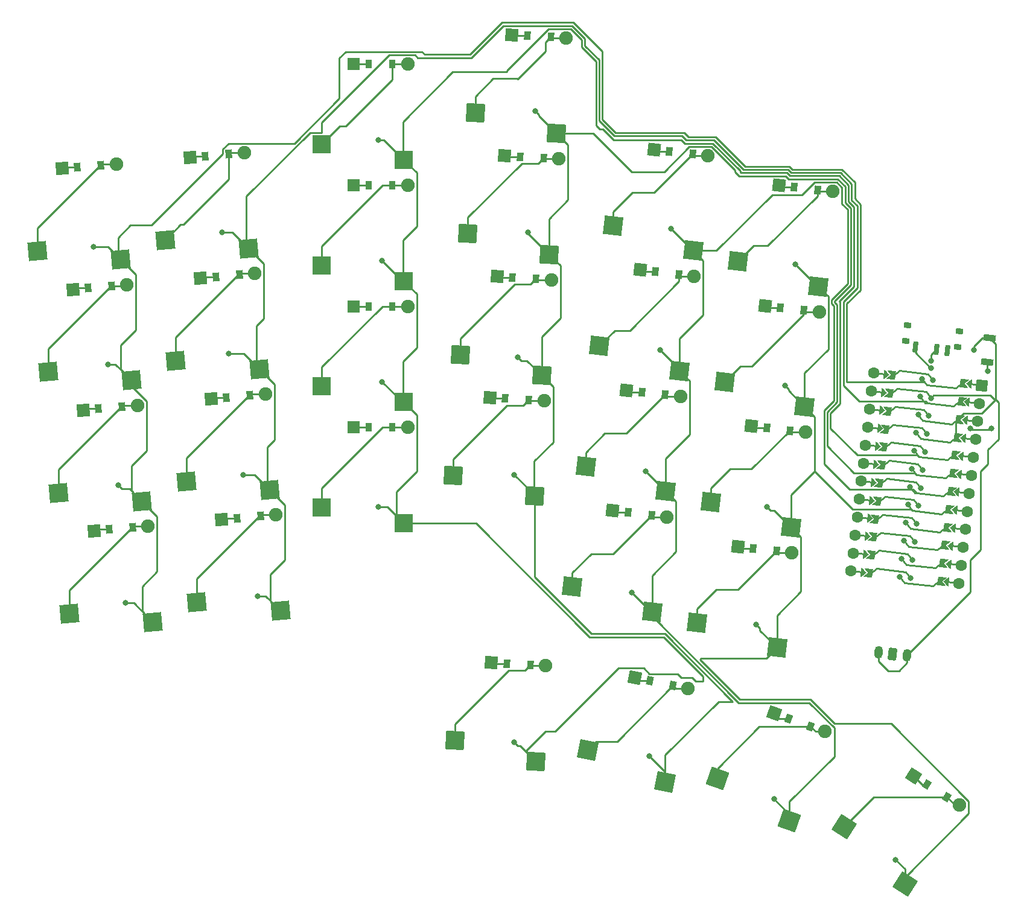
<source format=gbr>
%TF.GenerationSoftware,KiCad,Pcbnew,8.0.5-8.0.5-0~ubuntu22.04.1*%
%TF.CreationDate,2024-10-07T14:19:06+02:00*%
%TF.ProjectId,KeyboardV0,4b657962-6f61-4726-9456-302e6b696361,v1.0.0*%
%TF.SameCoordinates,Original*%
%TF.FileFunction,Copper,L2,Bot*%
%TF.FilePolarity,Positive*%
%FSLAX46Y46*%
G04 Gerber Fmt 4.6, Leading zero omitted, Abs format (unit mm)*
G04 Created by KiCad (PCBNEW 8.0.5-8.0.5-0~ubuntu22.04.1) date 2024-10-07 14:19:06*
%MOMM*%
%LPD*%
G01*
G04 APERTURE LIST*
G04 Aperture macros list*
%AMRoundRect*
0 Rectangle with rounded corners*
0 $1 Rounding radius*
0 $2 $3 $4 $5 $6 $7 $8 $9 X,Y pos of 4 corners*
0 Add a 4 corners polygon primitive as box body*
4,1,4,$2,$3,$4,$5,$6,$7,$8,$9,$2,$3,0*
0 Add four circle primitives for the rounded corners*
1,1,$1+$1,$2,$3*
1,1,$1+$1,$4,$5*
1,1,$1+$1,$6,$7*
1,1,$1+$1,$8,$9*
0 Add four rect primitives between the rounded corners*
20,1,$1+$1,$2,$3,$4,$5,0*
20,1,$1+$1,$4,$5,$6,$7,0*
20,1,$1+$1,$6,$7,$8,$9,0*
20,1,$1+$1,$8,$9,$2,$3,0*%
%AMHorizOval*
0 Thick line with rounded ends*
0 $1 width*
0 $2 $3 position (X,Y) of the first rounded end (center of the circle)*
0 $4 $5 position (X,Y) of the second rounded end (center of the circle)*
0 Add line between two ends*
20,1,$1,$2,$3,$4,$5,0*
0 Add two circle primitives to create the rounded ends*
1,1,$1,$2,$3*
1,1,$1,$4,$5*%
%AMRotRect*
0 Rectangle, with rotation*
0 The origin of the aperture is its center*
0 $1 length*
0 $2 width*
0 $3 Rotation angle, in degrees counterclockwise*
0 Add horizontal line*
21,1,$1,$2,0,0,$3*%
%AMFreePoly0*
4,1,5,0.125000,-0.500000,-0.125000,-0.500000,-0.125000,0.500000,0.125000,0.500000,0.125000,-0.500000,0.125000,-0.500000,$1*%
%AMFreePoly1*
4,1,6,0.600000,-0.250000,-0.600000,-0.250000,-0.600000,1.000000,0.000000,0.400000,0.600000,1.000000,0.600000,-0.250000,0.600000,-0.250000,$1*%
%AMFreePoly2*
4,1,6,0.600000,0.200000,0.000000,-0.400000,-0.599999,0.200000,-0.600000,0.400000,0.600000,0.400000,0.600000,0.200000,0.600000,0.200000,$1*%
G04 Aperture macros list end*
%TA.AperFunction,SMDPad,CuDef*%
%ADD10RotRect,2.600000X2.600000X185.000000*%
%TD*%
%TA.AperFunction,SMDPad,CuDef*%
%ADD11R,2.600000X2.600000*%
%TD*%
%TA.AperFunction,SMDPad,CuDef*%
%ADD12RotRect,2.600000X2.600000X176.500000*%
%TD*%
%TA.AperFunction,SMDPad,CuDef*%
%ADD13RotRect,2.600000X2.600000X173.500000*%
%TD*%
%TA.AperFunction,SMDPad,CuDef*%
%ADD14RotRect,2.600000X2.600000X168.500000*%
%TD*%
%TA.AperFunction,SMDPad,CuDef*%
%ADD15RotRect,2.600000X2.600000X160.500000*%
%TD*%
%TA.AperFunction,SMDPad,CuDef*%
%ADD16RotRect,2.600000X2.600000X147.500000*%
%TD*%
%TA.AperFunction,SMDPad,CuDef*%
%ADD17RotRect,0.900000X1.200000X5.000000*%
%TD*%
%TA.AperFunction,ComponentPad*%
%ADD18RotRect,1.778000X1.778000X5.000000*%
%TD*%
%TA.AperFunction,ComponentPad*%
%ADD19C,1.905000*%
%TD*%
%TA.AperFunction,SMDPad,CuDef*%
%ADD20R,0.900000X1.200000*%
%TD*%
%TA.AperFunction,ComponentPad*%
%ADD21R,1.778000X1.778000*%
%TD*%
%TA.AperFunction,SMDPad,CuDef*%
%ADD22RotRect,0.900000X1.200000X356.500000*%
%TD*%
%TA.AperFunction,ComponentPad*%
%ADD23RotRect,1.778000X1.778000X356.500000*%
%TD*%
%TA.AperFunction,SMDPad,CuDef*%
%ADD24RotRect,0.900000X1.200000X353.500000*%
%TD*%
%TA.AperFunction,ComponentPad*%
%ADD25RotRect,1.778000X1.778000X353.500000*%
%TD*%
%TA.AperFunction,SMDPad,CuDef*%
%ADD26RotRect,0.900000X1.200000X348.500000*%
%TD*%
%TA.AperFunction,ComponentPad*%
%ADD27RotRect,1.778000X1.778000X348.500000*%
%TD*%
%TA.AperFunction,SMDPad,CuDef*%
%ADD28RotRect,0.900000X1.200000X340.500000*%
%TD*%
%TA.AperFunction,ComponentPad*%
%ADD29RotRect,1.778000X1.778000X340.500000*%
%TD*%
%TA.AperFunction,SMDPad,CuDef*%
%ADD30RotRect,0.900000X1.200000X327.500000*%
%TD*%
%TA.AperFunction,ComponentPad*%
%ADD31RotRect,1.778000X1.778000X327.500000*%
%TD*%
%TA.AperFunction,ComponentPad*%
%ADD32C,1.600000*%
%TD*%
%TA.AperFunction,ComponentPad*%
%ADD33RotRect,1.600000X1.600000X263.500000*%
%TD*%
%TA.AperFunction,SMDPad,CuDef*%
%ADD34FreePoly0,83.500000*%
%TD*%
%TA.AperFunction,SMDPad,CuDef*%
%ADD35FreePoly1,83.500000*%
%TD*%
%TA.AperFunction,SMDPad,CuDef*%
%ADD36FreePoly2,83.500000*%
%TD*%
%TA.AperFunction,SMDPad,CuDef*%
%ADD37FreePoly0,263.500000*%
%TD*%
%TA.AperFunction,SMDPad,CuDef*%
%ADD38FreePoly2,263.500000*%
%TD*%
%TA.AperFunction,SMDPad,CuDef*%
%ADD39FreePoly1,263.500000*%
%TD*%
%TA.AperFunction,SMDPad,CuDef*%
%ADD40RotRect,0.700000X1.500000X173.500000*%
%TD*%
%TA.AperFunction,SMDPad,CuDef*%
%ADD41RotRect,1.000000X0.800000X173.500000*%
%TD*%
%TA.AperFunction,SMDPad,CuDef*%
%ADD42RotRect,0.900000X1.700000X83.500000*%
%TD*%
%TA.AperFunction,ComponentPad*%
%ADD43RoundRect,0.250000X-0.418502X-0.581361X0.276998X-0.660604X0.418502X0.581361X-0.276998X0.660604X0*%
%TD*%
%TA.AperFunction,ComponentPad*%
%ADD44HorizOval,1.200000X-0.031131X-0.273232X0.031131X0.273232X0*%
%TD*%
%TA.AperFunction,ViaPad*%
%ADD45C,0.800000*%
%TD*%
%TA.AperFunction,Conductor*%
%ADD46C,0.250000*%
%TD*%
G04 APERTURE END LIST*
D10*
%TO.P,S1,1*%
%TO.N,P1*%
X153781114Y-155641923D03*
%TO.P,S1,2*%
%TO.N,outer_bottom*%
X142083323Y-154456944D03*
%TD*%
%TO.P,S2,1*%
%TO.N,P1*%
X152299466Y-138706613D03*
%TO.P,S2,2*%
%TO.N,outer_home*%
X140601675Y-137521634D03*
%TD*%
%TO.P,S3,1*%
%TO.N,P1*%
X150817819Y-121771303D03*
%TO.P,S3,2*%
%TO.N,outer_top*%
X139120028Y-120586324D03*
%TD*%
%TO.P,S4,1*%
%TO.N,P1*%
X149336171Y-104835993D03*
%TO.P,S4,2*%
%TO.N,outer_num*%
X137638380Y-103651014D03*
%TD*%
%TO.P,S5,1*%
%TO.N,P0*%
X171712619Y-154073120D03*
%TO.P,S5,2*%
%TO.N,pinky_bottom*%
X160014828Y-152888141D03*
%TD*%
%TO.P,S6,1*%
%TO.N,P0*%
X170230971Y-137137810D03*
%TO.P,S6,2*%
%TO.N,pinky_home*%
X158533180Y-135952831D03*
%TD*%
%TO.P,S7,1*%
%TO.N,P0*%
X168749323Y-120202500D03*
%TO.P,S7,2*%
%TO.N,pinky_top*%
X157051532Y-119017521D03*
%TD*%
%TO.P,S8,1*%
%TO.N,P0*%
X167267676Y-103267190D03*
%TO.P,S8,2*%
%TO.N,pinky_num*%
X155569885Y-102082211D03*
%TD*%
D11*
%TO.P,S9,1*%
%TO.N,P2*%
X189050853Y-141816199D03*
%TO.P,S9,2*%
%TO.N,ring_bottom*%
X177500853Y-139616199D03*
%TD*%
%TO.P,S10,1*%
%TO.N,P2*%
X189050853Y-124816199D03*
%TO.P,S10,2*%
%TO.N,ring_home*%
X177500853Y-122616199D03*
%TD*%
%TO.P,S11,1*%
%TO.N,P2*%
X189050853Y-107816199D03*
%TO.P,S11,2*%
%TO.N,ring_top*%
X177500853Y-105616199D03*
%TD*%
%TO.P,S12,1*%
%TO.N,P2*%
X189050853Y-90816199D03*
%TO.P,S12,2*%
%TO.N,ring_num*%
X177500853Y-88616199D03*
%TD*%
D12*
%TO.P,S13,1*%
%TO.N,P3*%
X207353040Y-138025552D03*
%TO.P,S13,2*%
%TO.N,middle_bottom*%
X195958890Y-135124545D03*
%TD*%
%TO.P,S14,1*%
%TO.N,P3*%
X208390866Y-121057260D03*
%TO.P,S14,2*%
%TO.N,middle_home*%
X196996716Y-118156253D03*
%TD*%
%TO.P,S15,1*%
%TO.N,P3*%
X209428691Y-104088969D03*
%TO.P,S15,2*%
%TO.N,middle_top*%
X198034541Y-101187962D03*
%TD*%
%TO.P,S16,1*%
%TO.N,P3*%
X210466516Y-87120677D03*
%TO.P,S16,2*%
%TO.N,middle_num*%
X199072366Y-84219670D03*
%TD*%
D13*
%TO.P,S17,1*%
%TO.N,P4*%
X223869856Y-154221853D03*
%TO.P,S17,2*%
%TO.N,index_bottom*%
X212643148Y-150728498D03*
%TD*%
%TO.P,S18,1*%
%TO.N,P4*%
X225794311Y-137331131D03*
%TO.P,S18,2*%
%TO.N,index_home*%
X214567603Y-133837776D03*
%TD*%
%TO.P,S19,1*%
%TO.N,P4*%
X227718765Y-120440410D03*
%TO.P,S19,2*%
%TO.N,index_top*%
X216492057Y-116947055D03*
%TD*%
%TO.P,S20,1*%
%TO.N,P4*%
X229643220Y-103549688D03*
%TO.P,S20,2*%
%TO.N,index_num*%
X218416512Y-100056333D03*
%TD*%
%TO.P,S21,1*%
%TO.N,P5*%
X241414540Y-159240226D03*
%TO.P,S21,2*%
%TO.N,inner_bottom*%
X230187832Y-155746871D03*
%TD*%
%TO.P,S22,1*%
%TO.N,P5*%
X243338994Y-142349504D03*
%TO.P,S22,2*%
%TO.N,inner_home*%
X232112286Y-138856149D03*
%TD*%
%TO.P,S23,1*%
%TO.N,P5*%
X245263449Y-125458783D03*
%TO.P,S23,2*%
%TO.N,inner_top*%
X234036741Y-121965428D03*
%TD*%
%TO.P,S24,1*%
%TO.N,P5*%
X247187903Y-108568061D03*
%TO.P,S24,2*%
%TO.N,inner_num*%
X235961195Y-105074706D03*
%TD*%
D12*
%TO.P,S25,1*%
%TO.N,P2*%
X207583477Y-175208974D03*
%TO.P,S25,2*%
%TO.N,tuck_cluster*%
X196189327Y-172307967D03*
%TD*%
D14*
%TO.P,S26,1*%
%TO.N,P3*%
X225701924Y-178087582D03*
%TO.P,S26,2*%
%TO.N,inner_cluster*%
X214822403Y-173629048D03*
%TD*%
D15*
%TO.P,S27,1*%
%TO.N,P4*%
X243161271Y-183528923D03*
%TO.P,S27,2*%
%TO.N,center_cluster*%
X233008137Y-177599643D03*
%TD*%
D16*
%TO.P,S28,1*%
%TO.N,P5*%
X259351312Y-192427890D03*
%TO.P,S28,2*%
%TO.N,outer_cluster*%
X250792200Y-184366619D03*
%TD*%
D17*
%TO.P,D1,2*%
%TO.N,outer_bottom*%
X150990053Y-142384733D03*
%TO.P,D1,1*%
%TO.N,P9*%
X147702611Y-142672347D03*
D18*
X145550830Y-142860603D03*
D19*
%TO.P,D1,2*%
%TO.N,outer_bottom*%
X153141834Y-142196477D03*
%TD*%
D17*
%TO.P,D2,2*%
%TO.N,outer_home*%
X149508405Y-125449423D03*
%TO.P,D2,1*%
%TO.N,P8*%
X146220963Y-125737037D03*
D18*
X144069182Y-125925293D03*
D19*
%TO.P,D2,2*%
%TO.N,outer_home*%
X151660186Y-125261167D03*
%TD*%
D17*
%TO.P,D3,2*%
%TO.N,outer_top*%
X148026758Y-108514113D03*
%TO.P,D3,1*%
%TO.N,P7*%
X144739316Y-108801727D03*
D18*
X142587535Y-108989983D03*
D19*
%TO.P,D3,2*%
%TO.N,outer_top*%
X150178539Y-108325857D03*
%TD*%
D17*
%TO.P,D4,2*%
%TO.N,outer_num*%
X146545110Y-91578803D03*
%TO.P,D4,1*%
%TO.N,P6*%
X143257668Y-91866417D03*
D18*
X141105887Y-92054673D03*
D19*
%TO.P,D4,2*%
%TO.N,outer_num*%
X148696891Y-91390547D03*
%TD*%
D17*
%TO.P,D5,2*%
%TO.N,pinky_bottom*%
X168921558Y-140815929D03*
%TO.P,D5,1*%
%TO.N,P9*%
X165634116Y-141103543D03*
D18*
X163482335Y-141291799D03*
D19*
%TO.P,D5,2*%
%TO.N,pinky_bottom*%
X171073339Y-140627673D03*
%TD*%
D17*
%TO.P,D6,2*%
%TO.N,pinky_home*%
X167439910Y-123880620D03*
%TO.P,D6,1*%
%TO.N,P8*%
X164152468Y-124168234D03*
D18*
X162000687Y-124356490D03*
D19*
%TO.P,D6,2*%
%TO.N,pinky_home*%
X169591691Y-123692364D03*
%TD*%
D17*
%TO.P,D7,2*%
%TO.N,pinky_top*%
X165958262Y-106945310D03*
%TO.P,D7,1*%
%TO.N,P7*%
X162670820Y-107232924D03*
D18*
X160519039Y-107421180D03*
D19*
%TO.P,D7,2*%
%TO.N,pinky_top*%
X168110043Y-106757054D03*
%TD*%
D17*
%TO.P,D8,2*%
%TO.N,pinky_num*%
X164476615Y-90010000D03*
%TO.P,D8,1*%
%TO.N,P6*%
X161189173Y-90297614D03*
D18*
X159037392Y-90485870D03*
D19*
%TO.P,D8,2*%
%TO.N,pinky_num*%
X166628396Y-89821744D03*
%TD*%
D20*
%TO.P,D9,2*%
%TO.N,ring_bottom*%
X187425853Y-128366199D03*
%TO.P,D9,1*%
%TO.N,P9*%
X184125853Y-128366199D03*
D21*
X181965853Y-128366199D03*
D19*
%TO.P,D9,2*%
%TO.N,ring_bottom*%
X189585853Y-128366199D03*
%TD*%
D20*
%TO.P,D10,2*%
%TO.N,ring_home*%
X187425853Y-111366199D03*
%TO.P,D10,1*%
%TO.N,P8*%
X184125853Y-111366199D03*
D21*
X181965853Y-111366199D03*
D19*
%TO.P,D10,2*%
%TO.N,ring_home*%
X189585853Y-111366199D03*
%TD*%
D20*
%TO.P,D11,2*%
%TO.N,ring_top*%
X187425853Y-94366199D03*
%TO.P,D11,1*%
%TO.N,P7*%
X184125853Y-94366199D03*
D21*
X181965853Y-94366199D03*
D19*
%TO.P,D11,2*%
%TO.N,ring_top*%
X189585853Y-94366199D03*
%TD*%
D20*
%TO.P,D12,2*%
%TO.N,ring_num*%
X187425853Y-77366199D03*
%TO.P,D12,1*%
%TO.N,P6*%
X184125853Y-77366199D03*
D21*
X181965853Y-77366199D03*
D19*
%TO.P,D12,2*%
%TO.N,ring_num*%
X189585853Y-77366199D03*
%TD*%
D22*
%TO.P,D13,2*%
%TO.N,middle_bottom*%
X206552173Y-124501435D03*
%TO.P,D13,1*%
%TO.N,P9*%
X203258329Y-124299975D03*
D23*
X201102357Y-124168110D03*
D19*
%TO.P,D13,2*%
%TO.N,middle_bottom*%
X208708145Y-124633300D03*
%TD*%
D22*
%TO.P,D14,2*%
%TO.N,middle_home*%
X207589999Y-107533143D03*
%TO.P,D14,1*%
%TO.N,P8*%
X204296155Y-107331683D03*
D23*
X202140183Y-107199818D03*
D19*
%TO.P,D14,2*%
%TO.N,middle_home*%
X209745971Y-107665008D03*
%TD*%
D22*
%TO.P,D15,2*%
%TO.N,middle_top*%
X208627824Y-90564851D03*
%TO.P,D15,1*%
%TO.N,P7*%
X205333980Y-90363391D03*
D23*
X203178008Y-90231526D03*
D19*
%TO.P,D15,2*%
%TO.N,middle_top*%
X210783796Y-90696716D03*
%TD*%
D22*
%TO.P,D16,2*%
%TO.N,middle_num*%
X209665649Y-73596560D03*
%TO.P,D16,1*%
%TO.N,P6*%
X206371805Y-73395100D03*
D23*
X204215833Y-73263235D03*
D19*
%TO.P,D16,2*%
%TO.N,middle_num*%
X211821621Y-73728425D03*
%TD*%
D24*
%TO.P,D17,2*%
%TO.N,index_bottom*%
X223777885Y-140674356D03*
%TO.P,D17,1*%
%TO.N,P9*%
X220499097Y-140300786D03*
D25*
X218352982Y-140056267D03*
D19*
%TO.P,D17,2*%
%TO.N,index_bottom*%
X225924000Y-140918875D03*
%TD*%
D24*
%TO.P,D18,2*%
%TO.N,index_home*%
X225702340Y-123783634D03*
%TO.P,D18,1*%
%TO.N,P8*%
X222423552Y-123410064D03*
D25*
X220277437Y-123165545D03*
D19*
%TO.P,D18,2*%
%TO.N,index_home*%
X227848455Y-124028153D03*
%TD*%
D24*
%TO.P,D19,2*%
%TO.N,index_top*%
X227626794Y-106892913D03*
%TO.P,D19,1*%
%TO.N,P7*%
X224348006Y-106519343D03*
D25*
X222201891Y-106274824D03*
D19*
%TO.P,D19,2*%
%TO.N,index_top*%
X229772909Y-107137432D03*
%TD*%
D24*
%TO.P,D20,2*%
%TO.N,index_num*%
X229551249Y-90002191D03*
%TO.P,D20,1*%
%TO.N,P6*%
X226272461Y-89628621D03*
D25*
X224126346Y-89384102D03*
D19*
%TO.P,D20,2*%
%TO.N,index_num*%
X231697364Y-90246710D03*
%TD*%
D24*
%TO.P,D21,2*%
%TO.N,inner_bottom*%
X241322569Y-145692729D03*
%TO.P,D21,1*%
%TO.N,P9*%
X238043781Y-145319159D03*
D25*
X235897666Y-145074640D03*
D19*
%TO.P,D21,2*%
%TO.N,inner_bottom*%
X243468684Y-145937248D03*
%TD*%
D24*
%TO.P,D22,2*%
%TO.N,inner_home*%
X243247023Y-128802008D03*
%TO.P,D22,1*%
%TO.N,P8*%
X239968235Y-128428438D03*
D25*
X237822120Y-128183919D03*
D19*
%TO.P,D22,2*%
%TO.N,inner_home*%
X245393138Y-129046527D03*
%TD*%
D24*
%TO.P,D23,2*%
%TO.N,inner_top*%
X245171478Y-111911286D03*
%TO.P,D23,1*%
%TO.N,P7*%
X241892690Y-111537716D03*
D25*
X239746575Y-111293197D03*
D19*
%TO.P,D23,2*%
%TO.N,inner_top*%
X247317593Y-112155805D03*
%TD*%
D24*
%TO.P,D24,2*%
%TO.N,inner_num*%
X247095933Y-95020565D03*
%TO.P,D24,1*%
%TO.N,P6*%
X243817145Y-94646995D03*
D25*
X241671030Y-94402476D03*
D19*
%TO.P,D24,2*%
%TO.N,inner_num*%
X249242048Y-95265084D03*
%TD*%
D22*
%TO.P,D25,2*%
%TO.N,tuck_cluster*%
X206782610Y-161684857D03*
%TO.P,D25,1*%
%TO.N,P10*%
X203488766Y-161483397D03*
D23*
X201332794Y-161351532D03*
D19*
%TO.P,D25,2*%
%TO.N,tuck_cluster*%
X208938582Y-161816722D03*
%TD*%
D26*
%TO.P,D26,2*%
%TO.N,inner_cluster*%
X226791046Y-164583622D03*
%TO.P,D26,1*%
%TO.N,P10*%
X223557294Y-163925708D03*
D27*
X221440657Y-163495073D03*
D19*
%TO.P,D26,2*%
%TO.N,inner_cluster*%
X228907683Y-165014257D03*
%TD*%
D28*
%TO.P,D27,2*%
%TO.N,center_cluster*%
X246119180Y-170307958D03*
%TO.P,D27,1*%
%TO.N,P10*%
X243008464Y-169206396D03*
D29*
X240972358Y-168485373D03*
D19*
%TO.P,D27,2*%
%TO.N,center_cluster*%
X248155286Y-171028981D03*
%TD*%
D30*
%TO.P,D28,2*%
%TO.N,outer_cluster*%
X265207481Y-180211163D03*
%TO.P,D28,1*%
%TO.N,P10*%
X262424289Y-178438075D03*
D31*
X260602564Y-177277507D03*
D19*
%TO.P,D28,2*%
%TO.N,outer_cluster*%
X267029206Y-181371731D03*
%TD*%
D32*
%TO.P,MCU1,*%
%TO.N,*%
X254963103Y-120756589D03*
X254675567Y-123280261D03*
X254388031Y-125803934D03*
X254100495Y-128327606D03*
X253812959Y-130851279D03*
X253525423Y-133374951D03*
X253237886Y-135898624D03*
X252950350Y-138422296D03*
X252662814Y-140945969D03*
X252375278Y-143469641D03*
X252087742Y-145993314D03*
X251800206Y-148516986D03*
X266942241Y-150242203D03*
X267229777Y-147718531D03*
X267517313Y-145194858D03*
X267804849Y-142671186D03*
X268092385Y-140147513D03*
X268379921Y-137623841D03*
X268667458Y-135100168D03*
X268954994Y-132576496D03*
X269242530Y-130052823D03*
X269530066Y-127529151D03*
X269817602Y-125005478D03*
X270105138Y-122481806D03*
D33*
X270105138Y-122481806D03*
D34*
X256224940Y-120900357D03*
D35*
%TO.P,MCU1,1*%
%TO.N,RAW*%
X257739143Y-121072878D03*
D36*
%TO.P,MCU1,*%
%TO.N,*%
X256729674Y-120957864D03*
D34*
X255937403Y-123424029D03*
D36*
X256442138Y-123481537D03*
D35*
%TO.P,MCU1,2*%
%TO.N,GND*%
X257451607Y-123596551D03*
D34*
%TO.P,MCU1,*%
%TO.N,*%
X255649867Y-125947702D03*
D36*
X256154602Y-126005209D03*
D35*
%TO.P,MCU1,3*%
%TO.N,RST*%
X257164071Y-126120223D03*
D34*
%TO.P,MCU1,*%
%TO.N,*%
X255362331Y-128471374D03*
D36*
X255867066Y-128528882D03*
D35*
%TO.P,MCU1,4*%
%TO.N,VCC*%
X256876535Y-128643896D03*
D34*
%TO.P,MCU1,*%
%TO.N,*%
X255074795Y-130995047D03*
D36*
X255579529Y-131052554D03*
D35*
%TO.P,MCU1,5*%
%TO.N,P21*%
X256588998Y-131167569D03*
D34*
%TO.P,MCU1,*%
%TO.N,*%
X254787259Y-133518719D03*
D36*
X255291993Y-133576227D03*
D35*
%TO.P,MCU1,6*%
%TO.N,P20*%
X256301462Y-133691241D03*
D34*
%TO.P,MCU1,*%
%TO.N,*%
X254499723Y-136042392D03*
D36*
X255004457Y-136099899D03*
D35*
%TO.P,MCU1,7*%
%TO.N,P19*%
X256013926Y-136214914D03*
D34*
%TO.P,MCU1,*%
%TO.N,*%
X254212186Y-138566064D03*
D36*
X254716921Y-138623572D03*
D35*
%TO.P,MCU1,8*%
%TO.N,P18*%
X255726390Y-138738586D03*
D34*
%TO.P,MCU1,*%
%TO.N,*%
X253924650Y-141089737D03*
D36*
X254429385Y-141147244D03*
D35*
%TO.P,MCU1,9*%
%TO.N,P15*%
X255438854Y-141262259D03*
D34*
%TO.P,MCU1,*%
%TO.N,*%
X253637114Y-143613409D03*
D36*
X254141849Y-143670917D03*
D35*
%TO.P,MCU1,10*%
%TO.N,P14*%
X255151318Y-143785931D03*
D34*
%TO.P,MCU1,*%
%TO.N,*%
X253349578Y-146137082D03*
D36*
X253854312Y-146194589D03*
D35*
%TO.P,MCU1,11*%
%TO.N,P16*%
X254863781Y-146309604D03*
D34*
%TO.P,MCU1,*%
%TO.N,*%
X253062042Y-148660754D03*
D36*
X253566776Y-148718262D03*
D35*
%TO.P,MCU1,12*%
%TO.N,P10*%
X254576245Y-148833276D03*
D37*
%TO.P,MCU1,*%
%TO.N,*%
X268843302Y-122338038D03*
D38*
X268338568Y-122280530D03*
D39*
%TO.P,MCU1,24*%
%TO.N,P1*%
X267329099Y-122165516D03*
%TO.P,MCU1,23*%
%TO.N,P0*%
X267041563Y-124689188D03*
D37*
%TO.P,MCU1,*%
%TO.N,*%
X268555766Y-124861710D03*
D38*
X268051032Y-124804203D03*
D39*
%TO.P,MCU1,22*%
%TO.N,GND*%
X266754026Y-127212861D03*
D37*
%TO.P,MCU1,*%
%TO.N,*%
X268268230Y-127385383D03*
D38*
X267763495Y-127327875D03*
D39*
%TO.P,MCU1,21*%
%TO.N,GND*%
X266466490Y-129736533D03*
D37*
%TO.P,MCU1,*%
%TO.N,*%
X267980694Y-129909055D03*
D38*
X267475959Y-129851548D03*
D39*
%TO.P,MCU1,20*%
%TO.N,P2*%
X266178954Y-132260206D03*
D37*
%TO.P,MCU1,*%
%TO.N,*%
X267693158Y-132432728D03*
D38*
X267188423Y-132375220D03*
D39*
%TO.P,MCU1,19*%
%TO.N,P3*%
X265891418Y-134783878D03*
D37*
%TO.P,MCU1,*%
%TO.N,*%
X267405621Y-134956400D03*
D38*
X266900887Y-134898893D03*
D39*
%TO.P,MCU1,18*%
%TO.N,P4*%
X265603882Y-137307551D03*
D37*
%TO.P,MCU1,*%
%TO.N,*%
X267118085Y-137480073D03*
D38*
X266613351Y-137422565D03*
D39*
%TO.P,MCU1,17*%
%TO.N,P5*%
X265316346Y-139831223D03*
D37*
%TO.P,MCU1,*%
%TO.N,*%
X266830549Y-140003745D03*
D38*
X266325815Y-139946238D03*
D39*
%TO.P,MCU1,16*%
%TO.N,P6*%
X265028809Y-142354896D03*
D37*
%TO.P,MCU1,*%
%TO.N,*%
X266543013Y-142527418D03*
D38*
X266038278Y-142469910D03*
D39*
%TO.P,MCU1,15*%
%TO.N,P7*%
X264741273Y-144878569D03*
D37*
%TO.P,MCU1,*%
%TO.N,*%
X266255477Y-145051090D03*
D38*
X265750742Y-144993583D03*
D39*
%TO.P,MCU1,14*%
%TO.N,P8*%
X264453737Y-147402241D03*
D37*
%TO.P,MCU1,*%
%TO.N,*%
X265967941Y-147574763D03*
D38*
X265463206Y-147517255D03*
D39*
%TO.P,MCU1,13*%
%TO.N,P9*%
X264166201Y-149925914D03*
D37*
%TO.P,MCU1,*%
%TO.N,*%
X265680404Y-150098435D03*
D38*
X265175670Y-150040928D03*
%TD*%
D40*
%TO.P,,1*%
%TO.N,pos*%
X260792150Y-117032517D03*
%TO.P,,2*%
%TO.N,RAW*%
X263772865Y-117372126D03*
%TO.P,,3*%
%TO.N,N/C*%
X265263223Y-117541931D03*
D41*
%TO.P,,*%
%TO.N,*%
X259724910Y-114032417D03*
X266977985Y-114858800D03*
X266727806Y-117054594D03*
X259474731Y-116228210D03*
%TD*%
D42*
%TO.P,,1*%
%TO.N,RST*%
X270865323Y-119166550D03*
%TO.P,,2*%
%TO.N,GND*%
X271250213Y-115788406D03*
%TD*%
D43*
%TO.P,_3,1*%
%TO.N,pos*%
X257642786Y-160133055D03*
D44*
%TO.P,_3,2*%
%TO.N,GND*%
X259629930Y-160359461D03*
%TO.P,_3,3*%
X255655642Y-159906649D03*
%TD*%
D45*
%TO.N,RST*%
X271012653Y-120487347D03*
%TO.N,GND*%
X269000000Y-117500000D03*
%TO.N,RST*%
X268500000Y-128500000D03*
X271500000Y-128500000D03*
%TO.N,RAW*%
X263000000Y-119000000D03*
%TO.N,P5*%
X244000000Y-105500000D03*
X242500000Y-122500000D03*
X240000000Y-139500000D03*
X238500000Y-156000000D03*
%TO.N,P4*%
X226500000Y-100500000D03*
X225000000Y-117500000D03*
X223000000Y-134500000D03*
X221000000Y-151500000D03*
%TO.N,P5*%
X258000000Y-189000000D03*
%TO.N,P4*%
X241001837Y-180496159D03*
%TO.N,P3*%
X223500000Y-174500000D03*
%TO.N,P2*%
X204500000Y-172500000D03*
%TO.N,P3*%
X204500000Y-135000000D03*
X205000000Y-118500000D03*
X206500000Y-101000000D03*
X207500000Y-84000000D03*
%TO.N,P2*%
X185500000Y-88000000D03*
X186000000Y-105000000D03*
X186000000Y-122000000D03*
X185500000Y-139500000D03*
%TO.N,P0*%
X163500000Y-101000000D03*
X164500000Y-118000000D03*
X166500000Y-135000000D03*
X168500000Y-152000000D03*
%TO.N,P1*%
X150000000Y-153000000D03*
X149000000Y-136500000D03*
X147500000Y-119500000D03*
X145500000Y-103000000D03*
%TO.N,GND*%
X263003686Y-124229131D03*
%TO.N,P0*%
X261489483Y-124056609D03*
%TO.N,P1*%
X261777019Y-121532936D03*
%TO.N,RAW*%
X263291222Y-121705458D03*
%TO.N,GND*%
X261201946Y-126580281D03*
%TO.N,RST*%
X262716150Y-126752803D03*
%TO.N,GND*%
X260914410Y-129103954D03*
%TO.N,VCC*%
X262428614Y-129276476D03*
%TO.N,P2*%
X260626874Y-131627626D03*
%TO.N,P21*%
X262141078Y-131800148D03*
%TO.N,P3*%
X260339338Y-134151299D03*
%TO.N,P20*%
X261853541Y-134323821D03*
%TO.N,P4*%
X260051802Y-136674971D03*
%TO.N,P19*%
X261566005Y-136847493D03*
%TO.N,P5*%
X259764266Y-139198644D03*
%TO.N,P18*%
X261278469Y-139371166D03*
%TO.N,P6*%
X259476729Y-141722316D03*
%TO.N,P15*%
X260990933Y-141894838D03*
%TO.N,P7*%
X259189193Y-144245989D03*
%TO.N,P14*%
X260703397Y-144418511D03*
%TO.N,P8*%
X258901657Y-146769661D03*
%TO.N,P16*%
X260415861Y-146942183D03*
%TO.N,P9*%
X258614121Y-149293334D03*
%TO.N,P10*%
X260128324Y-149465856D03*
%TO.N,pos*%
X263000000Y-120000000D03*
%TD*%
D46*
%TO.N,RST*%
X270865323Y-120340017D02*
X271012653Y-120487347D01*
X270865323Y-119166550D02*
X270865323Y-120340017D01*
%TO.N,GND*%
X269000000Y-117500000D02*
X269000000Y-117000000D01*
X270211594Y-115788406D02*
X271250213Y-115788406D01*
X269000000Y-117000000D02*
X270211594Y-115788406D01*
%TO.N,RST*%
X268654151Y-128654151D02*
X268500000Y-128500000D01*
X271500000Y-128500000D02*
X271345849Y-128654151D01*
X271345849Y-128654151D02*
X268654151Y-128654151D01*
%TO.N,GND*%
X259629930Y-160359461D02*
X268500000Y-151489391D01*
X268500000Y-151489391D02*
X268500000Y-147000000D01*
X272500000Y-124828398D02*
X272085801Y-124414199D01*
X268500000Y-147000000D02*
X270000000Y-145500000D01*
X270000000Y-134500000D02*
X271000000Y-133500000D01*
X270000000Y-145500000D02*
X270000000Y-134500000D01*
X271000000Y-133500000D02*
X271000000Y-131500000D01*
X271000000Y-131500000D02*
X272500000Y-130000000D01*
X272500000Y-130000000D02*
X272500000Y-124828398D01*
X270095849Y-126404151D02*
X271000000Y-125500000D01*
X271000000Y-125500000D02*
X272000000Y-124500000D01*
X257000000Y-162500000D02*
X258500000Y-162500000D01*
X255655642Y-159906649D02*
X255655642Y-161155642D01*
X255655642Y-161155642D02*
X257000000Y-162500000D01*
X259629930Y-161370070D02*
X259629930Y-160359461D01*
X258500000Y-162500000D02*
X259629930Y-161370070D01*
X272000000Y-124500000D02*
X272085801Y-124414199D01*
X272000000Y-124500000D02*
X271334776Y-123834776D01*
X271334776Y-123834776D02*
X263398041Y-123834776D01*
X263398041Y-123834776D02*
X263003686Y-124229131D01*
X266754026Y-127212861D02*
X267562736Y-126404151D01*
X267562736Y-126404151D02*
X270095849Y-126404151D01*
X272085801Y-116623994D02*
X271250213Y-115788406D01*
X266466490Y-129736533D02*
X266466490Y-127500397D01*
X266466490Y-127500397D02*
X266754026Y-127212861D01*
%TO.N,pos*%
X260792150Y-117032517D02*
X260792150Y-117817455D01*
%TO.N,RAW*%
X263000000Y-119000000D02*
X263000000Y-118144991D01*
X263000000Y-118144991D02*
X263772865Y-117372126D01*
%TO.N,P1*%
X149336171Y-104835993D02*
X148987865Y-104487687D01*
X148987865Y-104487687D02*
X148987865Y-101717371D01*
X148987865Y-101717371D02*
X150705236Y-100000000D01*
X253098059Y-97052475D02*
X253098059Y-109075546D01*
X150705236Y-100000000D02*
X153651034Y-100000000D01*
X251173605Y-111000000D02*
X251173605Y-122000000D01*
X153651034Y-100000000D02*
X163651034Y-90000000D01*
X163651034Y-90000000D02*
X163651034Y-89316883D01*
X163651034Y-89316883D02*
X164467917Y-88500000D01*
X164467917Y-88500000D02*
X173730656Y-88500000D01*
X173730656Y-88500000D02*
X180000000Y-82230656D01*
X250484462Y-92155256D02*
X252319548Y-93990342D01*
X262051935Y-122000000D02*
X262444135Y-122392200D01*
X180000000Y-82230656D02*
X180000000Y-76500000D01*
X180000000Y-76500000D02*
X180861301Y-75638699D01*
X243559188Y-92155256D02*
X250484462Y-92155256D01*
X251173605Y-122000000D02*
X262051935Y-122000000D01*
X180861301Y-75638699D02*
X191588699Y-75638699D01*
X191588699Y-75638699D02*
X192000000Y-76050000D01*
X192000000Y-76050000D02*
X198313604Y-76050000D01*
X212819413Y-71546621D02*
X216900000Y-75627208D01*
X198313604Y-76050000D02*
X202816983Y-71546621D01*
X216900000Y-75627208D02*
X216900000Y-85127208D01*
X202816983Y-71546621D02*
X212819413Y-71546621D01*
X216900000Y-85127208D02*
X218754594Y-86981802D01*
X218754594Y-86981802D02*
X228381802Y-86981802D01*
X232766500Y-87600000D02*
X236910053Y-91743553D01*
X228381802Y-86981802D02*
X229000000Y-87600000D01*
X236910053Y-91743553D02*
X243147485Y-91743553D01*
X229000000Y-87600000D02*
X232766500Y-87600000D01*
X243147485Y-91743553D02*
X243559188Y-92155256D01*
X252319548Y-93990342D02*
X252319548Y-96273964D01*
X252319548Y-96273964D02*
X253098059Y-97052475D01*
X253098059Y-109075546D02*
X251173605Y-111000000D01*
%TO.N,P0*%
X262156598Y-124915873D02*
X262500000Y-124954999D01*
X262500000Y-124954999D02*
X266186526Y-125375025D01*
X167267676Y-103267190D02*
X166919370Y-102918884D01*
X166919370Y-102918884D02*
X166919370Y-95947682D01*
X166919370Y-95947682D02*
X175875853Y-86991199D01*
X187003353Y-76088699D02*
X190588699Y-76088699D01*
X175875853Y-86991199D02*
X177500000Y-86991199D01*
X190588699Y-76088699D02*
X191000000Y-76500000D01*
X177500000Y-86991199D02*
X177500000Y-85592052D01*
X177500000Y-85592052D02*
X187003353Y-76088699D01*
X191000000Y-76500000D02*
X198500000Y-76500000D01*
X232580104Y-88050000D02*
X236723657Y-92193553D01*
X198500000Y-76500000D02*
X203003379Y-71996621D01*
X203003379Y-71996621D02*
X212633017Y-71996621D01*
X212633017Y-71996621D02*
X214450000Y-73813604D01*
X236723657Y-92193553D02*
X242961089Y-92193553D01*
X214450000Y-73813604D02*
X214450000Y-74813604D01*
X214450000Y-74813604D02*
X216450000Y-76813604D01*
X216450000Y-76813604D02*
X216450000Y-85313604D01*
X216450000Y-85313604D02*
X218568198Y-87431802D01*
X218568198Y-87431802D02*
X228068198Y-87431802D01*
X228068198Y-87431802D02*
X228686396Y-88050000D01*
X228686396Y-88050000D02*
X232580104Y-88050000D01*
X242961089Y-92193553D02*
X243372792Y-92605256D01*
X243372792Y-92605256D02*
X250298066Y-92605256D01*
X250298066Y-92605256D02*
X251869548Y-94176738D01*
X251869548Y-94176738D02*
X251869548Y-96460360D01*
X251869548Y-96460360D02*
X252648059Y-97238871D01*
X252902539Y-124678934D02*
X262223935Y-124678934D01*
X252648059Y-97238871D02*
X252648059Y-108761129D01*
X252648059Y-108761129D02*
X250723605Y-110685583D01*
X250723605Y-110685583D02*
X250723605Y-122500000D01*
X250723605Y-122500000D02*
X252902539Y-124678934D01*
X262223935Y-124678934D02*
X262500000Y-124954999D01*
%TO.N,ring_num*%
X177500853Y-88616199D02*
X180024953Y-86092099D01*
X180024953Y-86092099D02*
X180907901Y-86092099D01*
X180907901Y-86092099D02*
X187425853Y-79574147D01*
X187425853Y-79574147D02*
X187425853Y-77366199D01*
%TO.N,P2*%
X189050853Y-90816199D02*
X188900853Y-90666199D01*
X188900853Y-90666199D02*
X188900853Y-85507515D01*
X203500000Y-78263704D02*
X209312779Y-72450925D01*
X232393708Y-88500000D02*
X236279949Y-92386241D01*
X188900853Y-85507515D02*
X195908368Y-78500000D01*
X195908368Y-78500000D02*
X203500000Y-78500000D01*
X203500000Y-78500000D02*
X203500000Y-78263704D01*
X250136396Y-110636396D02*
X250273605Y-110773605D01*
X209312779Y-72450925D02*
X212450925Y-72450925D01*
X212450925Y-72450925D02*
X214000000Y-74000000D01*
X214000000Y-74000000D02*
X214000000Y-75000000D01*
X216000000Y-86000000D02*
X216500000Y-86500000D01*
X250273605Y-110773605D02*
X250273605Y-124999187D01*
X214000000Y-75000000D02*
X216000000Y-77000000D01*
X217000000Y-86500000D02*
X218500000Y-88000000D01*
X216000000Y-77000000D02*
X216000000Y-86000000D01*
X216500000Y-86500000D02*
X217000000Y-86500000D01*
X218500000Y-88000000D02*
X228000000Y-88000000D01*
X228000000Y-88000000D02*
X228500000Y-88500000D01*
X228500000Y-88500000D02*
X232393708Y-88500000D01*
X236279949Y-92386241D02*
X236279949Y-92643553D01*
X236279949Y-92643553D02*
X242774693Y-92643553D01*
X242774693Y-92643553D02*
X243186396Y-93055256D01*
X243186396Y-93055256D02*
X250111670Y-93055256D01*
X250111670Y-93055256D02*
X251419548Y-94363134D01*
X251419548Y-94363134D02*
X251419548Y-96646756D01*
X251419548Y-96646756D02*
X252198059Y-97425267D01*
X250273605Y-124999187D02*
X248900000Y-126372792D01*
X252198059Y-97425267D02*
X252198059Y-108574733D01*
X252198059Y-108574733D02*
X250136396Y-110636396D01*
X248900000Y-126372792D02*
X248900000Y-128500000D01*
X248900000Y-128500000D02*
X252649951Y-132249951D01*
X252649951Y-132249951D02*
X261057051Y-132249951D01*
X261057051Y-132249951D02*
X261293990Y-132486890D01*
%TO.N,middle_num*%
X204920174Y-79420174D02*
X205000000Y-79500000D01*
X199072366Y-81911146D02*
X201563338Y-79420174D01*
X208915756Y-75584244D02*
X208915756Y-74346453D01*
X201563338Y-79420174D02*
X204920174Y-79420174D01*
X199072366Y-84219670D02*
X199072366Y-81911146D01*
X205000000Y-79500000D02*
X208915756Y-75584244D01*
%TO.N,P3*%
X261011091Y-135011091D02*
X265036381Y-135469715D01*
X261006454Y-135010563D02*
X261011091Y-135011091D01*
X210466516Y-87120677D02*
X215620677Y-87120677D01*
X215620677Y-87120677D02*
X221000000Y-92500000D01*
X243000000Y-93505256D02*
X249925274Y-93505256D01*
X221000000Y-92500000D02*
X225567550Y-92500000D01*
X225567550Y-92500000D02*
X229098340Y-88969210D01*
X229098340Y-88969210D02*
X232226522Y-88969210D01*
X232226522Y-88969210D02*
X235500000Y-92242688D01*
X235500000Y-92242688D02*
X235500000Y-92500000D01*
X235500000Y-92500000D02*
X236093553Y-93093553D01*
X252223624Y-134773624D02*
X260773624Y-134773624D01*
X236093553Y-93093553D02*
X242588297Y-93093553D01*
X242588297Y-93093553D02*
X243000000Y-93505256D01*
X249500000Y-110818511D02*
X249823605Y-111142116D01*
X249925274Y-93505256D02*
X250969548Y-94549530D01*
X249500000Y-110636396D02*
X249500000Y-110818511D01*
X250969548Y-94549530D02*
X250969548Y-96833152D01*
X250969548Y-96833152D02*
X251748059Y-97611663D01*
X251748059Y-97611663D02*
X251748059Y-108388337D01*
X251748059Y-108388337D02*
X249500000Y-110636396D01*
X249823605Y-111142116D02*
X249823605Y-124812791D01*
X249823605Y-124812791D02*
X248450000Y-126186396D01*
X248450000Y-126186396D02*
X248450000Y-131000000D01*
X248450000Y-131000000D02*
X252223624Y-134773624D01*
X260773624Y-134773624D02*
X261011091Y-135011091D01*
%TO.N,P4*%
X260718918Y-137534236D02*
X261000000Y-137566261D01*
X248000000Y-133500000D02*
X251569326Y-137069326D01*
X261000000Y-137566261D02*
X264748845Y-137993388D01*
X229643220Y-103549688D02*
X232915474Y-103549688D01*
X250519548Y-96980452D02*
X250500000Y-97000000D01*
X232915474Y-103549688D02*
X240753763Y-95711399D01*
X240753763Y-95711399D02*
X244919209Y-95711399D01*
X244919209Y-95711399D02*
X246643024Y-93987584D01*
X250500000Y-97000000D02*
X251298059Y-97798059D01*
X246643024Y-93987584D02*
X249771206Y-93987584D01*
X249771206Y-93987584D02*
X250519548Y-94735926D01*
X250519548Y-94735926D02*
X250519548Y-96980452D01*
X251298059Y-97798059D02*
X251298059Y-108201941D01*
X249045093Y-111000000D02*
X249373605Y-111328512D01*
X251298059Y-108201941D02*
X249045093Y-110454907D01*
X249045093Y-110454907D02*
X249045093Y-111000000D01*
X249373605Y-111328512D02*
X249373605Y-124626395D01*
X249373605Y-124626395D02*
X248000000Y-126000000D01*
X248000000Y-126000000D02*
X248000000Y-133500000D01*
X251569326Y-137069326D02*
X260503065Y-137069326D01*
X260503065Y-137069326D02*
X261000000Y-137566261D01*
%TO.N,P5*%
X259757019Y-139210118D02*
X260385320Y-140000000D01*
X251983050Y-139820969D02*
X260206289Y-139820969D01*
X260385320Y-140000000D02*
X260431382Y-140057908D01*
X246670638Y-134508557D02*
X251983050Y-139820969D01*
X260206289Y-139820969D02*
X260385320Y-140000000D01*
%TO.N,P2*%
X189050853Y-141816199D02*
X199179803Y-141816199D01*
X199179803Y-141816199D02*
X215131802Y-157768198D01*
X215131802Y-157768198D02*
X225495406Y-157768198D01*
X225495406Y-157768198D02*
X231000000Y-163272792D01*
X206187251Y-173812748D02*
X207583477Y-175208974D01*
X231000000Y-163272792D02*
X231000000Y-164000000D01*
X231000000Y-164000000D02*
X230000000Y-164000000D01*
X227423038Y-162923038D02*
X223500000Y-162923038D01*
X230000000Y-164000000D02*
X229500000Y-163500000D01*
X229500000Y-163500000D02*
X228000000Y-163500000D01*
X222698644Y-162121682D02*
X219185472Y-162121682D01*
X228000000Y-163500000D02*
X227423038Y-162923038D01*
X210307154Y-171000000D02*
X208906302Y-171000000D01*
X223500000Y-162923038D02*
X222698644Y-162121682D01*
X219185472Y-162121682D02*
X210307154Y-171000000D01*
X208906302Y-171000000D02*
X206187251Y-173719051D01*
X206187251Y-173719051D02*
X206187251Y-173812748D01*
%TO.N,P3*%
X207353040Y-138025552D02*
X207353040Y-149353040D01*
X207353040Y-149353040D02*
X215318198Y-157318198D01*
X215318198Y-157318198D02*
X225681802Y-157318198D01*
X235181802Y-166818198D02*
X233217238Y-166818198D01*
X233217238Y-166818198D02*
X225701924Y-174333512D01*
X225681802Y-157318198D02*
X235181802Y-166818198D01*
X225701924Y-174333512D02*
X225701924Y-178087582D01*
%TO.N,P5*%
X246119359Y-166550000D02*
X249500000Y-169930641D01*
X268306706Y-182529137D02*
X259351312Y-191484531D01*
X236186396Y-166550000D02*
X246119359Y-166550000D01*
X230755514Y-160744486D02*
X230568198Y-160931802D01*
X239910280Y-160744486D02*
X230755514Y-160744486D01*
X241414540Y-159240226D02*
X239910280Y-160744486D01*
X230568198Y-160931802D02*
X236186396Y-166550000D01*
X257394774Y-169930641D02*
X268306706Y-180842573D01*
X249500000Y-169930641D02*
X257394774Y-169930641D01*
X268306706Y-180842573D02*
X268306706Y-182529137D01*
X259351312Y-191484531D02*
X259351312Y-192427890D01*
%TO.N,P4*%
X223869856Y-154221853D02*
X223869856Y-154869856D01*
X223869856Y-154869856D02*
X236000000Y-167000000D01*
X249432786Y-170499823D02*
X249432786Y-174567214D01*
X236000000Y-167000000D02*
X245932963Y-167000000D01*
X245932963Y-167000000D02*
X249432786Y-170499823D01*
X249432786Y-174567214D02*
X243161271Y-180838729D01*
X243161271Y-180838729D02*
X243161271Y-183528923D01*
%TO.N,P5*%
X243338994Y-142349504D02*
X244746184Y-143756694D01*
X244746184Y-143756694D02*
X244746184Y-151399279D01*
X244746184Y-151399279D02*
X241414540Y-154730923D01*
X241414540Y-154730923D02*
X241414540Y-159240226D01*
X245263449Y-125458783D02*
X246670638Y-126865972D01*
X246670638Y-134508557D02*
X243338994Y-137840201D01*
X246670638Y-126865972D02*
X246670638Y-134508557D01*
X243338994Y-137840201D02*
X243338994Y-142349504D01*
X247187903Y-108568061D02*
X248595093Y-109975251D01*
X248595093Y-109975251D02*
X248595093Y-117404907D01*
X248595093Y-117404907D02*
X245263449Y-120736551D01*
X245263449Y-120736551D02*
X245263449Y-125458783D01*
%TO.N,P4*%
X225794311Y-137331131D02*
X227201500Y-138738320D01*
X227201500Y-138738320D02*
X227201500Y-145798500D01*
X227201500Y-145798500D02*
X223869856Y-149130144D01*
X223869856Y-149130144D02*
X223869856Y-154221853D01*
X227718765Y-120440410D02*
X229125955Y-121847600D01*
X229125955Y-121847600D02*
X229125955Y-129374045D01*
X229125955Y-129374045D02*
X225794311Y-132705689D01*
X225794311Y-132705689D02*
X225794311Y-137331131D01*
X229643220Y-103549688D02*
X231050409Y-104956877D01*
X231050409Y-104956877D02*
X231050409Y-112599463D01*
X227718765Y-115931107D02*
X227718765Y-120440410D01*
X231050409Y-112599463D02*
X227718765Y-115931107D01*
%TO.N,P3*%
X208390866Y-121057260D02*
X209985645Y-122652039D01*
X209985645Y-122652039D02*
X209985645Y-130440282D01*
X209985645Y-130440282D02*
X207334129Y-133091798D01*
X207334129Y-133091798D02*
X207334129Y-138006641D01*
X207334129Y-138006641D02*
X207353040Y-138025552D01*
X209428691Y-104088969D02*
X211023471Y-105683749D01*
X211023471Y-105683749D02*
X211023471Y-112976529D01*
X211023471Y-112976529D02*
X208371955Y-115628045D01*
X208371955Y-115628045D02*
X208371955Y-121038349D01*
X208371955Y-121038349D02*
X208390866Y-121057260D01*
X210466516Y-87120677D02*
X212061296Y-88715457D01*
X212061296Y-88715457D02*
X212061296Y-96438704D01*
X209409780Y-104070058D02*
X209428691Y-104088969D01*
X212061296Y-96438704D02*
X209409780Y-99090220D01*
X209409780Y-99090220D02*
X209409780Y-104070058D01*
%TO.N,P2*%
X189050853Y-124816199D02*
X190863353Y-126628699D01*
X190863353Y-126628699D02*
X190863353Y-134545015D01*
X190863353Y-134545015D02*
X188000000Y-137408368D01*
X188000000Y-137408368D02*
X188000000Y-140765346D01*
X188000000Y-140765346D02*
X189050853Y-141816199D01*
X189050853Y-107816199D02*
X190863353Y-109628699D01*
X190863353Y-109628699D02*
X190863353Y-117136647D01*
X190863353Y-117136647D02*
X188900853Y-119099147D01*
X188900853Y-119099147D02*
X188900853Y-124666199D01*
X188900853Y-124666199D02*
X189050853Y-124816199D01*
X189050853Y-90816199D02*
X190863353Y-92628699D01*
X190863353Y-92628699D02*
X190863353Y-100136647D01*
X190863353Y-100136647D02*
X188900853Y-102099147D01*
X188900853Y-102099147D02*
X188900853Y-107666199D01*
X188900853Y-107666199D02*
X189050853Y-107816199D01*
%TO.N,P0*%
X170230971Y-137137810D02*
X172350839Y-139257678D01*
X172350839Y-139257678D02*
X172350839Y-146966862D01*
X172350839Y-146966862D02*
X170319750Y-148997951D01*
X170319750Y-148997951D02*
X170319750Y-152680251D01*
X170319750Y-152680251D02*
X171712619Y-154073120D01*
X168749323Y-120202500D02*
X170869191Y-122322368D01*
X170869191Y-122322368D02*
X170869191Y-130130809D01*
X170869191Y-130130809D02*
X169882665Y-131117335D01*
X169882665Y-131117335D02*
X169882665Y-136789504D01*
X169882665Y-136789504D02*
X170230971Y-137137810D01*
X167267676Y-103267190D02*
X169387543Y-105387057D01*
X169387543Y-105387057D02*
X169387543Y-113112457D01*
X169387543Y-113112457D02*
X168401017Y-114098983D01*
X168401017Y-114098983D02*
X168401017Y-119854194D01*
X168401017Y-119854194D02*
X168749323Y-120202500D01*
%TO.N,P1*%
X152299466Y-138706613D02*
X154419334Y-140826481D01*
X154419334Y-140826481D02*
X154419334Y-148580666D01*
X154419334Y-148580666D02*
X152319595Y-150680405D01*
X152319595Y-150680405D02*
X152319595Y-154180404D01*
X152319595Y-154180404D02*
X153781114Y-155641923D01*
X150817819Y-121771303D02*
X150817819Y-122612142D01*
X152937686Y-124732009D02*
X152937686Y-131600355D01*
X152937686Y-131600355D02*
X150796427Y-133741614D01*
X150817819Y-122612142D02*
X152937686Y-124732009D01*
X150796427Y-133741614D02*
X150796427Y-137203574D01*
X150796427Y-137203574D02*
X152299466Y-138706613D01*
X149336171Y-104835993D02*
X151456039Y-106955861D01*
X151456039Y-106955861D02*
X151456039Y-114665045D01*
X151456039Y-114665045D02*
X149273258Y-116847826D01*
X149273258Y-116847826D02*
X149273258Y-120226742D01*
X149273258Y-120226742D02*
X150817819Y-121771303D01*
%TO.N,inner_num*%
X235961195Y-105074706D02*
X238147051Y-102888850D01*
X238147051Y-102888850D02*
X240111150Y-102888850D01*
X240111150Y-102888850D02*
X247095933Y-95904067D01*
X247095933Y-95904067D02*
X247095933Y-95020565D01*
%TO.N,P5*%
X244000000Y-105500000D02*
X247068061Y-108568061D01*
X247068061Y-108568061D02*
X247187903Y-108568061D01*
%TO.N,inner_top*%
X234036741Y-121965428D02*
X236222597Y-119779572D01*
X236222597Y-119779572D02*
X237907074Y-119779572D01*
X237907074Y-119779572D02*
X245171478Y-112515168D01*
X245171478Y-112515168D02*
X245171478Y-111911286D01*
%TO.N,P5*%
X242500000Y-122500000D02*
X243000000Y-123000000D01*
X243000000Y-123195334D02*
X245263449Y-125458783D01*
X243000000Y-123000000D02*
X243000000Y-123195334D01*
X240000000Y-139500000D02*
X240500000Y-140000000D01*
X240500000Y-140000000D02*
X240989490Y-140000000D01*
X240989490Y-140000000D02*
X243338994Y-142349504D01*
%TO.N,inner_home*%
X232112286Y-138856149D02*
X232112286Y-136892383D01*
X232112286Y-136892383D02*
X234786176Y-134218493D01*
X234786176Y-134218493D02*
X237830538Y-134218493D01*
X237830538Y-134218493D02*
X243247023Y-128802008D01*
%TO.N,P5*%
X239000000Y-156825686D02*
X241414540Y-159240226D01*
X239000000Y-156500000D02*
X239000000Y-156825686D01*
X238500000Y-156000000D02*
X239000000Y-156500000D01*
%TO.N,inner_bottom*%
X230187832Y-155746871D02*
X230187832Y-153783105D01*
X230187832Y-153783105D02*
X232861722Y-151109215D01*
X232861722Y-151109215D02*
X235906083Y-151109215D01*
X235906083Y-151109215D02*
X241322569Y-145692729D01*
%TO.N,index_num*%
X218416512Y-100056333D02*
X218416512Y-98092567D01*
X218416512Y-98092567D02*
X221090402Y-95418677D01*
X221090402Y-95418677D02*
X224134763Y-95418677D01*
X224134763Y-95418677D02*
X229551249Y-90002191D01*
%TO.N,P4*%
X226500000Y-100500000D02*
X229549688Y-103549688D01*
X229549688Y-103549688D02*
X229643220Y-103549688D01*
%TO.N,index_top*%
X216492057Y-116947055D02*
X218677913Y-114761199D01*
X218677913Y-114761199D02*
X220738801Y-114761199D01*
X220738801Y-114761199D02*
X227626794Y-107873206D01*
X227626794Y-107873206D02*
X227626794Y-106892913D01*
%TO.N,P4*%
X225000000Y-117500000D02*
X227718765Y-120218765D01*
X227718765Y-120218765D02*
X227718765Y-120440410D01*
%TO.N,index_home*%
X214567603Y-133837776D02*
X214567603Y-131874010D01*
X214567603Y-131874010D02*
X217241493Y-129200120D01*
X217241493Y-129200120D02*
X220285854Y-129200120D01*
X220285854Y-129200120D02*
X225702340Y-123783634D01*
%TO.N,P4*%
X223500000Y-135000000D02*
X223500000Y-135036820D01*
X223000000Y-134500000D02*
X223500000Y-135000000D01*
X223500000Y-135036820D02*
X225794311Y-137331131D01*
%TO.N,index_bottom*%
X212643148Y-150728498D02*
X212643148Y-148764732D01*
X212643148Y-148764732D02*
X215317038Y-146090842D01*
X215317038Y-146090842D02*
X218361399Y-146090842D01*
X218361399Y-146090842D02*
X223777885Y-140674356D01*
%TO.N,P4*%
X223721853Y-154221853D02*
X223869856Y-154221853D01*
X221000000Y-151500000D02*
X223721853Y-154221853D01*
%TO.N,outer_cluster*%
X250792200Y-184366619D02*
X254947656Y-180211163D01*
X254947656Y-180211163D02*
X265207481Y-180211163D01*
%TO.N,P5*%
X258000000Y-189000000D02*
X259351312Y-190351312D01*
X259351312Y-190351312D02*
X259351312Y-192427890D01*
%TO.N,center_cluster*%
X233008137Y-177599643D02*
X233008137Y-176220540D01*
X233008137Y-176220540D02*
X238920719Y-170307958D01*
X238920719Y-170307958D02*
X246119180Y-170307958D01*
%TO.N,P4*%
X241001837Y-180496159D02*
X243161271Y-182655593D01*
X243161271Y-182655593D02*
X243161271Y-183528923D01*
%TO.N,P3*%
X223500000Y-174500000D02*
X225701924Y-176701924D01*
X225701924Y-176701924D02*
X225701924Y-178087582D01*
%TO.N,inner_cluster*%
X214822403Y-173629048D02*
X216044473Y-172406978D01*
X216044473Y-172406978D02*
X218967690Y-172406978D01*
X218967690Y-172406978D02*
X226791046Y-164583622D01*
%TO.N,P2*%
X205000000Y-173000000D02*
X205374503Y-173000000D01*
X204500000Y-172500000D02*
X205000000Y-173000000D01*
X205374503Y-173000000D02*
X207583477Y-175208974D01*
%TO.N,tuck_cluster*%
X196189327Y-172307967D02*
X196189327Y-169999443D01*
X196189327Y-169999443D02*
X203754020Y-162434750D01*
X203754020Y-162434750D02*
X206032717Y-162434750D01*
X206032717Y-162434750D02*
X206782610Y-161684857D01*
%TO.N,middle_bottom*%
X195958890Y-135124545D02*
X195958890Y-132816021D01*
X195958890Y-132816021D02*
X203523583Y-125251328D01*
X203523583Y-125251328D02*
X205802280Y-125251328D01*
X205802280Y-125251328D02*
X206552173Y-124501435D01*
%TO.N,P3*%
X207353040Y-137853040D02*
X207353040Y-138025552D01*
X204500000Y-135000000D02*
X207353040Y-137853040D01*
X206333606Y-119000000D02*
X208390866Y-121057260D01*
X205000000Y-118500000D02*
X205500000Y-119000000D01*
X205500000Y-119000000D02*
X206333606Y-119000000D01*
%TO.N,middle_home*%
X196996716Y-118156253D02*
X196996716Y-115847729D01*
X196996716Y-115847729D02*
X204561409Y-108283036D01*
X204561409Y-108283036D02*
X206840106Y-108283036D01*
X206840106Y-108283036D02*
X207589999Y-107533143D01*
%TO.N,middle_top*%
X198034541Y-101187962D02*
X198034541Y-98879438D01*
X198034541Y-98879438D02*
X205599235Y-91314744D01*
X205599235Y-91314744D02*
X207877931Y-91314744D01*
X207877931Y-91314744D02*
X208627824Y-90564851D01*
%TO.N,P3*%
X206500000Y-101000000D02*
X206500000Y-101160278D01*
X206500000Y-101160278D02*
X209428691Y-104088969D01*
%TO.N,middle_num*%
X208915756Y-74346453D02*
X209665649Y-73596560D01*
%TO.N,P3*%
X207500000Y-84000000D02*
X208000000Y-84500000D01*
X208000000Y-84654161D02*
X210466516Y-87120677D01*
X208000000Y-84500000D02*
X208000000Y-84654161D01*
%TO.N,P2*%
X185500000Y-88000000D02*
X186234654Y-88000000D01*
X186234654Y-88000000D02*
X189050853Y-90816199D01*
%TO.N,ring_top*%
X177500853Y-105616199D02*
X177500853Y-102907515D01*
X177500853Y-102907515D02*
X186042169Y-94366199D01*
X186042169Y-94366199D02*
X187425853Y-94366199D01*
%TO.N,P2*%
X188816199Y-107816199D02*
X189050853Y-107816199D01*
X186000000Y-105000000D02*
X188816199Y-107816199D01*
%TO.N,ring_home*%
X177500853Y-122616199D02*
X177500853Y-119907515D01*
X177500853Y-119907515D02*
X186042169Y-111366199D01*
X186042169Y-111366199D02*
X187425853Y-111366199D01*
%TO.N,P2*%
X186000000Y-122000000D02*
X188816199Y-124816199D01*
X188816199Y-124816199D02*
X189050853Y-124816199D01*
%TO.N,ring_bottom*%
X177500853Y-139616199D02*
X177500853Y-136907515D01*
X186042169Y-128366199D02*
X187425853Y-128366199D01*
X177500853Y-136907515D02*
X186042169Y-128366199D01*
%TO.N,P2*%
X186734654Y-139500000D02*
X189050853Y-141816199D01*
X185500000Y-139500000D02*
X186734654Y-139500000D01*
%TO.N,pinky_num*%
X155569885Y-102082211D02*
X157730320Y-99921776D01*
X157730320Y-99921776D02*
X158078224Y-99921776D01*
X158078224Y-99921776D02*
X164476615Y-93523385D01*
X164476615Y-93523385D02*
X164476615Y-90010000D01*
%TO.N,P0*%
X163500000Y-101000000D02*
X165000486Y-101000000D01*
X165000486Y-101000000D02*
X167267676Y-103267190D01*
%TO.N,pinky_top*%
X157051532Y-119017521D02*
X157051532Y-115743856D01*
X157051532Y-115743856D02*
X165850078Y-106945310D01*
X165850078Y-106945310D02*
X165958262Y-106945310D01*
%TO.N,P0*%
X166546823Y-118000000D02*
X168749323Y-120202500D01*
X164500000Y-118000000D02*
X166546823Y-118000000D01*
%TO.N,pinky_home*%
X158533180Y-135952831D02*
X158533180Y-132679166D01*
X158533180Y-132679166D02*
X167331726Y-123880620D01*
X167331726Y-123880620D02*
X167439910Y-123880620D01*
%TO.N,P0*%
X166500000Y-135000000D02*
X168093161Y-135000000D01*
X168093161Y-135000000D02*
X170230971Y-137137810D01*
X168500000Y-152000000D02*
X169639499Y-152000000D01*
X169639499Y-152000000D02*
X171712619Y-154073120D01*
%TO.N,pinky_bottom*%
X160014828Y-152888141D02*
X160014828Y-149614476D01*
X160014828Y-149614476D02*
X168813375Y-140815929D01*
X168813375Y-140815929D02*
X168921558Y-140815929D01*
%TO.N,P1*%
X151139191Y-153000000D02*
X150000000Y-153000000D01*
X153781114Y-155641923D02*
X151139191Y-153000000D01*
%TO.N,outer_bottom*%
X142083323Y-154456944D02*
X142083323Y-151183279D01*
X142083323Y-151183279D02*
X150881869Y-142384733D01*
X150881869Y-142384733D02*
X150990053Y-142384733D01*
%TO.N,P1*%
X150592853Y-137000000D02*
X152299466Y-138706613D01*
X149500000Y-137000000D02*
X150592853Y-137000000D01*
X149000000Y-136500000D02*
X149500000Y-137000000D01*
%TO.N,outer_home*%
X140601675Y-137521634D02*
X140601675Y-134247969D01*
X140601675Y-134247969D02*
X149400221Y-125449423D01*
X149400221Y-125449423D02*
X149508405Y-125449423D01*
%TO.N,P1*%
X147500000Y-119500000D02*
X148546516Y-119500000D01*
X148546516Y-119500000D02*
X150817819Y-121771303D01*
%TO.N,outer_top*%
X139120028Y-120586324D02*
X139120028Y-117312659D01*
X139120028Y-117312659D02*
X147918574Y-108514113D01*
X147918574Y-108514113D02*
X148026758Y-108514113D01*
%TO.N,outer_num*%
X137638380Y-103651014D02*
X137638380Y-100377349D01*
X137638380Y-100377349D02*
X146436926Y-91578803D01*
X146436926Y-91578803D02*
X146545110Y-91578803D01*
%TO.N,P1*%
X145500000Y-103000000D02*
X147500178Y-103000000D01*
X147500178Y-103000000D02*
X149336171Y-104835993D01*
%TO.N,P10*%
X262424289Y-178438075D02*
X261763132Y-178438075D01*
X261763132Y-178438075D02*
X260602564Y-177277507D01*
%TO.N,outer_cluster*%
X267029206Y-181371731D02*
X266368049Y-181371731D01*
X266368049Y-181371731D02*
X265207481Y-180211163D01*
%TO.N,center_cluster*%
X248155286Y-171028981D02*
X246840203Y-171028981D01*
X246840203Y-171028981D02*
X246119180Y-170307958D01*
%TO.N,P10*%
X243008464Y-169206396D02*
X241693381Y-169206396D01*
X241693381Y-169206396D02*
X240972358Y-168485373D01*
%TO.N,inner_cluster*%
X228907683Y-165014257D02*
X227221681Y-165014257D01*
X227221681Y-165014257D02*
X226791046Y-164583622D01*
%TO.N,P10*%
X223557294Y-163925708D02*
X221871292Y-163925708D01*
X221871292Y-163925708D02*
X221440657Y-163495073D01*
X203488766Y-161483397D02*
X201464659Y-161483397D01*
X201464659Y-161483397D02*
X201332794Y-161351532D01*
%TO.N,tuck_cluster*%
X208938582Y-161816722D02*
X206914475Y-161816722D01*
X206914475Y-161816722D02*
X206782610Y-161684857D01*
%TO.N,P9*%
X220499097Y-140300786D02*
X218597501Y-140300786D01*
X218597501Y-140300786D02*
X218352982Y-140056267D01*
%TO.N,index_bottom*%
X225924000Y-140918875D02*
X224022404Y-140918875D01*
X224022404Y-140918875D02*
X223777885Y-140674356D01*
%TO.N,P9*%
X238043781Y-145319159D02*
X236142185Y-145319159D01*
X236142185Y-145319159D02*
X235897666Y-145074640D01*
%TO.N,inner_bottom*%
X243468684Y-145937248D02*
X241567088Y-145937248D01*
X241567088Y-145937248D02*
X241322569Y-145692729D01*
%TO.N,P6*%
X243817145Y-94646995D02*
X241915549Y-94646995D01*
X241915549Y-94646995D02*
X241671030Y-94402476D01*
%TO.N,inner_num*%
X249242048Y-95265084D02*
X247340452Y-95265084D01*
X247340452Y-95265084D02*
X247095933Y-95020565D01*
%TO.N,P7*%
X241892690Y-111537716D02*
X239991094Y-111537716D01*
X239991094Y-111537716D02*
X239746575Y-111293197D01*
%TO.N,inner_top*%
X247317593Y-112155805D02*
X245415997Y-112155805D01*
X245415997Y-112155805D02*
X245171478Y-111911286D01*
%TO.N,P8*%
X239968235Y-128428438D02*
X238066639Y-128428438D01*
X238066639Y-128428438D02*
X237822120Y-128183919D01*
%TO.N,inner_home*%
X245393138Y-129046527D02*
X243491542Y-129046527D01*
X243491542Y-129046527D02*
X243247023Y-128802008D01*
%TO.N,P8*%
X222423552Y-123410064D02*
X220521956Y-123410064D01*
X220521956Y-123410064D02*
X220277437Y-123165545D01*
%TO.N,index_home*%
X227848455Y-124028153D02*
X225946859Y-124028153D01*
X225946859Y-124028153D02*
X225702340Y-123783634D01*
%TO.N,index_top*%
X229772909Y-107137432D02*
X227871313Y-107137432D01*
X227871313Y-107137432D02*
X227626794Y-106892913D01*
%TO.N,P7*%
X224348006Y-106519343D02*
X222446410Y-106519343D01*
X222446410Y-106519343D02*
X222201891Y-106274824D01*
%TO.N,index_num*%
X231697364Y-90246710D02*
X229795768Y-90246710D01*
X229795768Y-90246710D02*
X229551249Y-90002191D01*
%TO.N,P6*%
X226272461Y-89628621D02*
X224370865Y-89628621D01*
X224370865Y-89628621D02*
X224126346Y-89384102D01*
%TO.N,P9*%
X203258329Y-124299975D02*
X201234222Y-124299975D01*
X201234222Y-124299975D02*
X201102357Y-124168110D01*
%TO.N,middle_bottom*%
X208708145Y-124633300D02*
X206684038Y-124633300D01*
X206684038Y-124633300D02*
X206552173Y-124501435D01*
%TO.N,P8*%
X204296155Y-107331683D02*
X202272048Y-107331683D01*
X202272048Y-107331683D02*
X202140183Y-107199818D01*
%TO.N,middle_home*%
X209745971Y-107665008D02*
X207721864Y-107665008D01*
X207721864Y-107665008D02*
X207589999Y-107533143D01*
%TO.N,P7*%
X205333980Y-90363391D02*
X203309873Y-90363391D01*
X203309873Y-90363391D02*
X203178008Y-90231526D01*
%TO.N,middle_top*%
X210783796Y-90696716D02*
X208759689Y-90696716D01*
X208759689Y-90696716D02*
X208627824Y-90564851D01*
%TO.N,P6*%
X206371805Y-73395100D02*
X204347698Y-73395100D01*
X204347698Y-73395100D02*
X204215833Y-73263235D01*
%TO.N,middle_num*%
X211821621Y-73728425D02*
X209797514Y-73728425D01*
X209797514Y-73728425D02*
X209665649Y-73596560D01*
%TO.N,P6*%
X184125853Y-77366199D02*
X181965853Y-77366199D01*
%TO.N,ring_num*%
X189585853Y-77366199D02*
X187425853Y-77366199D01*
%TO.N,P7*%
X184125853Y-94366199D02*
X181965853Y-94366199D01*
%TO.N,ring_top*%
X189585853Y-94366199D02*
X187425853Y-94366199D01*
%TO.N,P8*%
X184125853Y-111366199D02*
X181965853Y-111366199D01*
%TO.N,ring_home*%
X189585853Y-111366199D02*
X187425853Y-111366199D01*
%TO.N,ring_bottom*%
X189585853Y-128366199D02*
X187425853Y-128366199D01*
%TO.N,P9*%
X184125853Y-128366199D02*
X181965853Y-128366199D01*
X147702611Y-142672347D02*
X145739086Y-142672347D01*
X145739086Y-142672347D02*
X145550830Y-142860603D01*
%TO.N,outer_bottom*%
X153141834Y-142196477D02*
X151178309Y-142196477D01*
X151178309Y-142196477D02*
X150990053Y-142384733D01*
%TO.N,P9*%
X165634116Y-141103543D02*
X163670591Y-141103543D01*
X163670591Y-141103543D02*
X163482335Y-141291799D01*
%TO.N,pinky_bottom*%
X171073339Y-140627673D02*
X169109814Y-140627673D01*
X169109814Y-140627673D02*
X168921558Y-140815929D01*
%TO.N,pinky_home*%
X169591691Y-123692364D02*
X167628166Y-123692364D01*
X167628166Y-123692364D02*
X167439910Y-123880620D01*
%TO.N,P8*%
X164152468Y-124168234D02*
X162188943Y-124168234D01*
X162188943Y-124168234D02*
X162000687Y-124356490D01*
X146220963Y-125737037D02*
X144257438Y-125737037D01*
X144257438Y-125737037D02*
X144069182Y-125925293D01*
%TO.N,outer_home*%
X151660186Y-125261167D02*
X149696661Y-125261167D01*
X149696661Y-125261167D02*
X149508405Y-125449423D01*
%TO.N,P7*%
X144739316Y-108801727D02*
X142775791Y-108801727D01*
X142775791Y-108801727D02*
X142587535Y-108989983D01*
%TO.N,outer_top*%
X148026758Y-108514113D02*
X149990283Y-108514113D01*
X149990283Y-108514113D02*
X150178539Y-108325857D01*
%TO.N,P7*%
X162670820Y-107232924D02*
X160707295Y-107232924D01*
X160707295Y-107232924D02*
X160519039Y-107421180D01*
%TO.N,pinky_top*%
X168110043Y-106757054D02*
X166146518Y-106757054D01*
X166146518Y-106757054D02*
X165958262Y-106945310D01*
%TO.N,P6*%
X161189173Y-90297614D02*
X159225648Y-90297614D01*
X159225648Y-90297614D02*
X159037392Y-90485870D01*
%TO.N,pinky_num*%
X166628396Y-89821744D02*
X164664871Y-89821744D01*
X164664871Y-89821744D02*
X164476615Y-90010000D01*
%TO.N,outer_num*%
X148696891Y-91390547D02*
X146733366Y-91390547D01*
X146733366Y-91390547D02*
X146545110Y-91578803D01*
%TO.N,P6*%
X143257668Y-91866417D02*
X141294143Y-91866417D01*
X141294143Y-91866417D02*
X141105887Y-92054673D01*
%TO.N,VCC*%
X262428614Y-129276476D02*
X261754251Y-128428686D01*
X261754251Y-128428686D02*
X257724324Y-127969534D01*
X257724324Y-127969534D02*
X256876534Y-128643896D01*
%TO.N,GND*%
X260907164Y-129115428D02*
X261581526Y-129963218D01*
X265898990Y-127898698D02*
X266746779Y-127224335D01*
X261869062Y-127439546D02*
X265898990Y-127898698D01*
X261194700Y-126591756D02*
X261869062Y-127439546D01*
X261581526Y-129963218D02*
X265611454Y-130422370D01*
X263003686Y-124229131D02*
X262329324Y-123381341D01*
X258299396Y-122922189D02*
X257451607Y-123596551D01*
X262329324Y-123381341D02*
X258299396Y-122922189D01*
X265611454Y-130422370D02*
X266459243Y-129748008D01*
%TO.N,P9*%
X258606874Y-149304808D02*
X259281237Y-150152598D01*
X259281237Y-150152598D02*
X263311164Y-150611750D01*
X263311164Y-150611750D02*
X264158954Y-149937388D01*
%TO.N,P2*%
X260619628Y-131639101D02*
X261293990Y-132486890D01*
X261293990Y-132486890D02*
X265323917Y-132946043D01*
X265323917Y-132946043D02*
X266171707Y-132271680D01*
%TO.N,P0*%
X261482236Y-124068083D02*
X262156598Y-124915873D01*
X266186526Y-125375025D02*
X267034316Y-124700663D01*
%TO.N,P1*%
X261769772Y-121544411D02*
X262444135Y-122392200D01*
X262444135Y-122392200D02*
X266474062Y-122851353D01*
X266474062Y-122851353D02*
X267321852Y-122176990D01*
%TO.N,P8*%
X258894411Y-146781136D02*
X259568773Y-147628926D01*
X263598700Y-148088078D02*
X264446490Y-147413715D01*
X259568773Y-147628926D02*
X263598700Y-148088078D01*
%TO.N,P7*%
X263886237Y-145564405D02*
X264734026Y-144890043D01*
X259181947Y-144257463D02*
X259856309Y-145105253D01*
X259856309Y-145105253D02*
X263886237Y-145564405D01*
%TO.N,P6*%
X264173773Y-143040733D02*
X265021562Y-142366370D01*
X260143845Y-142581581D02*
X264173773Y-143040733D01*
X259469483Y-141733791D02*
X260143845Y-142581581D01*
%TO.N,P5*%
X264461309Y-140517060D02*
X265309099Y-139842698D01*
X260431382Y-140057908D02*
X264461309Y-140517060D01*
%TO.N,P4*%
X264748845Y-137993388D02*
X265596635Y-137319025D01*
X260044555Y-136686446D02*
X260718918Y-137534236D01*
%TO.N,P3*%
X265036381Y-135469715D02*
X265884171Y-134795353D01*
X260332091Y-134162773D02*
X261006454Y-135010563D01*
%TO.N,RAW*%
X262616860Y-120857668D02*
X258586932Y-120398516D01*
X258586932Y-120398516D02*
X257739143Y-121072878D01*
X263291222Y-121705458D02*
X262616860Y-120857668D01*
%TO.N,RST*%
X262041788Y-125905013D02*
X258011860Y-125445861D01*
X262716150Y-126752803D02*
X262041788Y-125905013D01*
X258011860Y-125445861D02*
X257164070Y-126120224D01*
%TO.N,P21*%
X261466715Y-130952358D02*
X257436788Y-130493206D01*
X262141078Y-131800148D02*
X261466715Y-130952358D01*
X257436788Y-130493206D02*
X256588998Y-131167568D01*
%TO.N,P20*%
X257149252Y-133016879D02*
X256301462Y-133691241D01*
X261179179Y-133476031D02*
X257149252Y-133016879D01*
X261853541Y-134323821D02*
X261179179Y-133476031D01*
%TO.N,P19*%
X260891643Y-135999703D02*
X256861715Y-135540551D01*
X256861715Y-135540551D02*
X256013926Y-136214914D01*
X261566005Y-136847493D02*
X260891643Y-135999703D01*
%TO.N,P18*%
X256574179Y-138064224D02*
X255726390Y-138738586D01*
X260604107Y-138523376D02*
X256574179Y-138064224D01*
X261278469Y-139371166D02*
X260604107Y-138523376D01*
%TO.N,P15*%
X260990933Y-141894838D02*
X260316571Y-141047048D01*
X256286643Y-140587896D02*
X255438853Y-141262259D01*
X260316571Y-141047048D02*
X256286643Y-140587896D01*
%TO.N,P14*%
X260703397Y-144418511D02*
X260029034Y-143570721D01*
X255999107Y-143111569D02*
X255151317Y-143785931D01*
X260029034Y-143570721D02*
X255999107Y-143111569D01*
%TO.N,P16*%
X260415861Y-146942183D02*
X259741498Y-146094394D01*
X259741498Y-146094394D02*
X255711571Y-145635241D01*
X255711571Y-145635241D02*
X254863781Y-146309604D01*
%TO.N,P10*%
X260128324Y-149465856D02*
X259453962Y-148618066D01*
X255424035Y-148158914D02*
X254576245Y-148833276D01*
X259453962Y-148618066D02*
X255424035Y-148158914D01*
%TO.N,pos*%
X262974695Y-120000000D02*
X263000000Y-120000000D01*
X260792150Y-117817455D02*
X262974695Y-120000000D01*
%TO.N,GND*%
X272085801Y-124414199D02*
X272085801Y-116623994D01*
%TD*%
M02*

</source>
